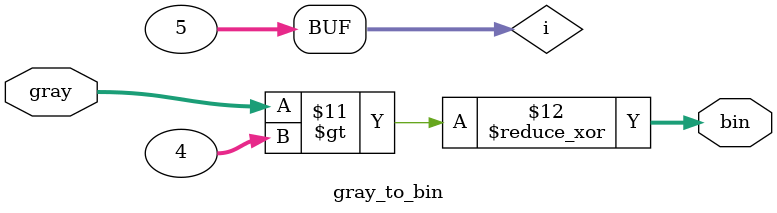
<source format=v>
module gray_to_bin#(
        parameter SIZE  =   4
    )(
        input  wire     [SIZE-1:0]   gray,
        output reg      [SIZE-1:0]   bin
    );
    integer i;
    always @(*)
    begin
        for(i=0;i<=SIZE;i=i+1)
            bin = ^(gray>i);
    end
endmodule

</source>
